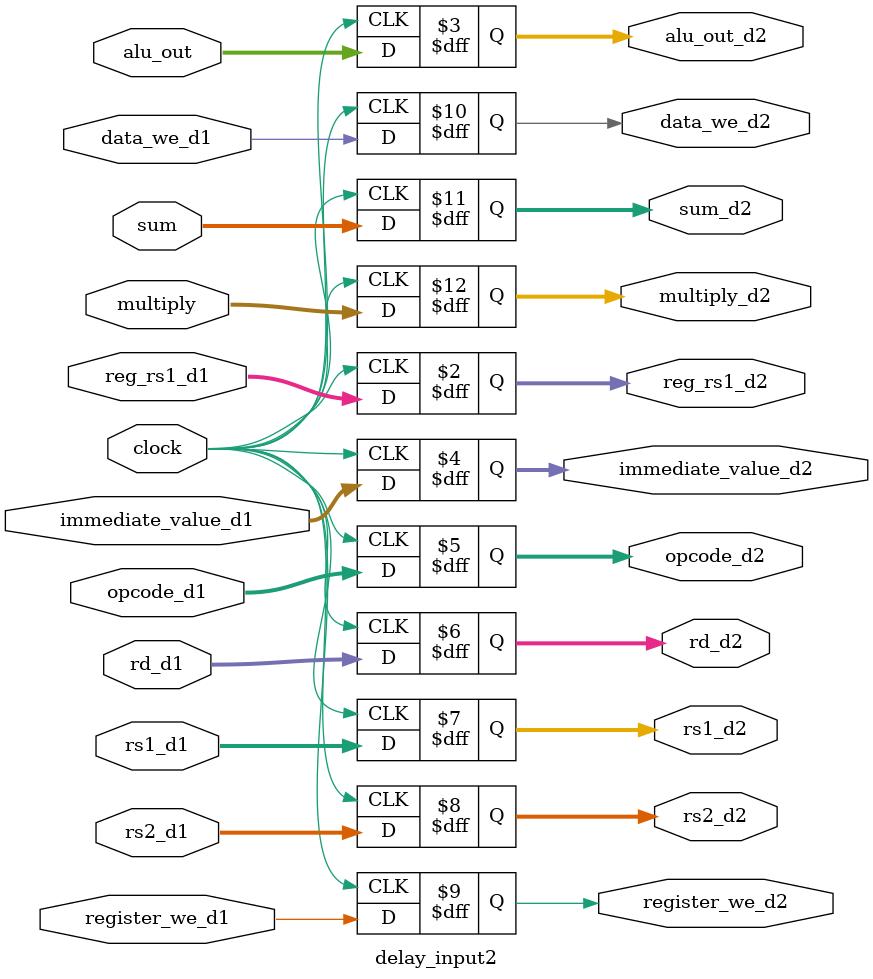
<source format=v>
module delay_input2(clock,reg_rs1_d1,multiply,alu_out,immediate_value_d1,opcode_d1,register_we_d1,data_we_d1,rd_d1,rs1_d1,rs2_d1,reg_rs1_d2,alu_out_d2,immediate_value_d2,opcode_d2,rd_d2,sum_d2,register_we_d2,data_we_d2,rs1_d2,rs2_d2,multiply_d2,sum);
output reg [31:0] reg_rs1_d2,alu_out_d2,immediate_value_d2;
output reg [5:0] opcode_d2;
output reg [4:0] rd_d2,rs1_d2,rs2_d2;
output reg register_we_d2,data_we_d2;
output reg [31:0] sum_d2,multiply_d2;


input[31:0] reg_rs1_d1,alu_out,immediate_value_d1,sum,multiply;
input [5:0] opcode_d1;
input [4:0] rd_d1,rs1_d1,rs2_d1;
input register_we_d1,data_we_d1;
input clock;


always@(posedge clock)
begin
reg_rs1_d2<=reg_rs1_d1;
alu_out_d2 <= alu_out;
immediate_value_d2<= immediate_value_d1;
opcode_d2<=opcode_d1;
rd_d2<=rd_d1;
register_we_d2 <= register_we_d1;
data_we_d2 <= data_we_d1;
rs1_d2 <= rs1_d1;
rs2_d2 <= rs2_d1;
sum_d2 <= sum;
multiply_d2<= multiply;

end
endmodule

</source>
